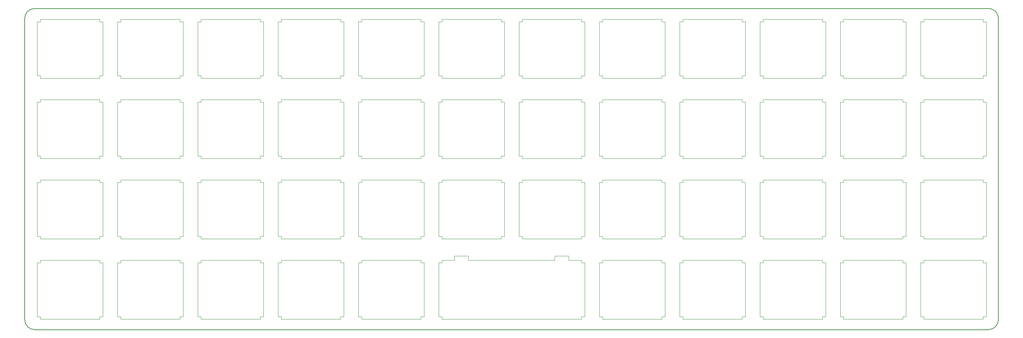
<source format=gm1>
G04 #@! TF.GenerationSoftware,KiCad,Pcbnew,(5.0.0)*
G04 #@! TF.CreationDate,2018-11-10T23:46:15-06:00*
G04 #@! TF.ProjectId,Contra,436F6E7472612E6B696361645F706362,rev?*
G04 #@! TF.SameCoordinates,Original*
G04 #@! TF.FileFunction,Profile,NP*
%FSLAX46Y46*%
G04 Gerber Fmt 4.6, Leading zero omitted, Abs format (unit mm)*
G04 Created by KiCad (PCBNEW (5.0.0)) date 11/10/18 23:46:15*
%MOMM*%
%LPD*%
G01*
G04 APERTURE LIST*
%ADD10C,0.100000*%
%ADD11C,0.150000*%
G04 APERTURE END LIST*
D10*
X126365148Y-102279329D02*
X159415848Y-102279329D01*
X129339148Y-88279929D02*
X126365148Y-88279929D01*
X159415848Y-101679929D02*
X160213848Y-101679929D01*
X126365148Y-88279929D02*
X126365148Y-88879329D01*
X159415848Y-102279329D02*
X159415848Y-101679929D01*
X126365148Y-101679929D02*
X126365148Y-102279329D01*
X159415848Y-88879329D02*
X159415848Y-88279929D01*
X126365148Y-88879329D02*
X125564148Y-88879329D01*
X160213848Y-88879329D02*
X159415848Y-88879329D01*
X125564148Y-101679929D02*
X126365148Y-101679929D01*
X160213848Y-101679929D02*
X160213848Y-88879329D01*
X159415848Y-88279929D02*
X156439148Y-88279929D01*
X125564148Y-88879329D02*
X125564148Y-101679929D01*
X255471000Y-44520000D02*
X255471000Y-31719400D01*
X254670000Y-31120000D02*
X240671000Y-31120000D01*
X254670000Y-31719400D02*
X254670000Y-31120000D01*
X254670000Y-44520000D02*
X255471000Y-44520000D01*
X255471000Y-31719400D02*
X254670000Y-31719400D01*
X254670000Y-45119300D02*
X254670000Y-44520000D01*
X240671000Y-44520000D02*
X240671000Y-45119300D01*
X236421000Y-31719400D02*
X235620000Y-31719400D01*
X201771000Y-44520000D02*
X202571000Y-44520000D01*
X164471000Y-44520000D02*
X164471000Y-45119300D01*
X178470000Y-44520000D02*
X179271000Y-44520000D01*
X182721000Y-44520000D02*
X183521000Y-44520000D01*
X239871000Y-44520000D02*
X240671000Y-44520000D01*
X221621000Y-45119300D02*
X235620000Y-45119300D01*
X183521000Y-44520000D02*
X183521000Y-45119300D01*
X216570000Y-45119300D02*
X216570000Y-44520000D01*
X197520000Y-31120000D02*
X183521000Y-31120000D01*
X239871000Y-31719400D02*
X239871000Y-44520000D01*
X240671000Y-31719400D02*
X239871000Y-31719400D01*
X240671000Y-31120000D02*
X240671000Y-31719400D01*
X164471000Y-31719400D02*
X163671000Y-31719400D01*
X145419000Y-44520000D02*
X145419000Y-45119300D01*
X235620000Y-31120000D02*
X221621000Y-31120000D01*
X220821000Y-31719400D02*
X220821000Y-44520000D01*
X197520000Y-44520000D02*
X198321000Y-44520000D01*
X202571000Y-45119300D02*
X216570000Y-45119300D01*
X178470000Y-31719400D02*
X178470000Y-31120000D01*
X182721000Y-31719400D02*
X182721000Y-44520000D01*
X144620000Y-44520000D02*
X145419000Y-44520000D01*
X236421000Y-44520000D02*
X236421000Y-31719400D01*
X235620000Y-45119300D02*
X235620000Y-44520000D01*
X221621000Y-44520000D02*
X221621000Y-45119300D01*
X220821000Y-44520000D02*
X221621000Y-44520000D01*
X221621000Y-31719400D02*
X220821000Y-31719400D01*
X217371000Y-31719400D02*
X216570000Y-31719400D01*
X216570000Y-44520000D02*
X217371000Y-44520000D01*
X202571000Y-31120000D02*
X202571000Y-31719400D01*
X160221000Y-31719400D02*
X159420000Y-31719400D01*
X221621000Y-31120000D02*
X221621000Y-31719400D01*
X160221000Y-44520000D02*
X160221000Y-31719400D01*
X216570000Y-31719400D02*
X216570000Y-31120000D01*
X198321000Y-44520000D02*
X198321000Y-31719400D01*
X183521000Y-31120000D02*
X183521000Y-31719400D01*
X164471000Y-45119300D02*
X178470000Y-45119300D01*
X179271000Y-44520000D02*
X179271000Y-31719400D01*
X159420000Y-45119300D02*
X159420000Y-44520000D01*
X178470000Y-45119300D02*
X178470000Y-44520000D01*
X197520000Y-31719400D02*
X197520000Y-31120000D01*
X183521000Y-31719400D02*
X182721000Y-31719400D01*
X159420000Y-31719400D02*
X159420000Y-31120000D01*
X235620000Y-31719400D02*
X235620000Y-31120000D01*
X217371000Y-44520000D02*
X217371000Y-31719400D01*
X183521000Y-45119300D02*
X197520000Y-45119300D01*
X201771000Y-31719400D02*
X201771000Y-44520000D01*
X202571000Y-31719400D02*
X201771000Y-31719400D01*
X198321000Y-31719400D02*
X197520000Y-31719400D01*
X144620000Y-31719400D02*
X144620000Y-44520000D01*
X197520000Y-45119300D02*
X197520000Y-44520000D01*
X163671000Y-31719400D02*
X163671000Y-44520000D01*
X159420000Y-31120000D02*
X145419000Y-31120000D01*
X202571000Y-44520000D02*
X202571000Y-45119300D01*
X164471000Y-31120000D02*
X164471000Y-31719400D01*
X179271000Y-31719400D02*
X178470000Y-31719400D01*
X235620000Y-44520000D02*
X236421000Y-44520000D01*
X178470000Y-31120000D02*
X164471000Y-31120000D01*
X163671000Y-44520000D02*
X164471000Y-44520000D01*
X145419000Y-45119300D02*
X159420000Y-45119300D01*
X159420000Y-44520000D02*
X160221000Y-44520000D01*
X240671000Y-45119300D02*
X254670000Y-45119300D01*
X216570000Y-31120000D02*
X202571000Y-31120000D01*
X145419000Y-31120000D02*
X145419000Y-31719400D01*
X140370000Y-31120000D02*
X126369300Y-31120000D01*
X126369300Y-44520000D02*
X126369300Y-45119300D01*
X84020800Y-44520000D02*
X84020800Y-31719400D01*
X141169000Y-44520000D02*
X141169000Y-31719400D01*
X126369300Y-45119300D02*
X140370000Y-45119300D01*
X125571300Y-44520000D02*
X126369300Y-44520000D01*
X50170700Y-44520000D02*
X50170700Y-45119300D01*
X125571300Y-31719400D02*
X125571300Y-44520000D01*
X102270000Y-31719400D02*
X102270000Y-31120000D01*
X126369300Y-31120000D02*
X126369300Y-31719400D01*
X88270700Y-45119300D02*
X102270000Y-45119300D01*
X121320000Y-31120000D02*
X107320700Y-31120000D01*
X122119400Y-31719400D02*
X121320000Y-31719400D01*
X122119400Y-44520000D02*
X122119400Y-31719400D01*
X107320700Y-45119300D02*
X121320000Y-45119300D01*
X107320700Y-44520000D02*
X107320700Y-45119300D01*
X106521300Y-44520000D02*
X107320700Y-44520000D01*
X106521300Y-31719400D02*
X106521300Y-44520000D01*
X107320700Y-31719400D02*
X106521300Y-31719400D01*
X107320700Y-31120000D02*
X107320700Y-31719400D01*
X102270000Y-31120000D02*
X88270700Y-31120000D01*
X64170000Y-31719400D02*
X64170000Y-31120000D01*
X88270700Y-44520000D02*
X88270700Y-45119300D01*
X103070800Y-31719400D02*
X102270000Y-31719400D01*
X103070800Y-44520000D02*
X103070800Y-31719400D01*
X83220000Y-44520000D02*
X84020800Y-44520000D01*
X64970800Y-44520000D02*
X64970800Y-31719400D01*
X102270000Y-44520000D02*
X103070800Y-44520000D01*
X87471300Y-44520000D02*
X88270700Y-44520000D01*
X87471300Y-31719400D02*
X87471300Y-44520000D01*
X88270700Y-31719400D02*
X87471300Y-31719400D01*
X83220000Y-31719400D02*
X83220000Y-31120000D01*
X69220700Y-45119300D02*
X83220000Y-45119300D01*
X68421300Y-44520000D02*
X69220700Y-44520000D01*
X69220700Y-44520000D02*
X69220700Y-45119300D01*
X64170000Y-31120000D02*
X50170700Y-31120000D01*
X50170700Y-31120000D02*
X50170700Y-31719400D01*
X84020800Y-31719400D02*
X83220000Y-31719400D01*
X50170700Y-45119300D02*
X64170000Y-45119300D01*
X83220000Y-45119300D02*
X83220000Y-44520000D01*
X49371400Y-44520000D02*
X50170700Y-44520000D01*
X64170000Y-44520000D02*
X64970800Y-44520000D01*
X68421300Y-31719400D02*
X68421300Y-44520000D01*
X88270700Y-31120000D02*
X88270700Y-31719400D01*
X64970800Y-31719400D02*
X64170000Y-31719400D01*
X69220700Y-31719400D02*
X68421300Y-31719400D01*
X45120200Y-31120000D02*
X31120650Y-31120000D01*
X69220700Y-31120000D02*
X69220700Y-31719400D01*
X45120200Y-31719400D02*
X45120200Y-31120000D01*
X49371400Y-31719400D02*
X49371400Y-44520000D01*
X50170700Y-31719400D02*
X49371400Y-31719400D01*
X83220000Y-31120000D02*
X69220700Y-31120000D01*
X121320000Y-45119300D02*
X121320000Y-44520000D01*
X145419000Y-31719400D02*
X144620000Y-31719400D01*
X140370000Y-31719400D02*
X140370000Y-31120000D01*
X141169000Y-31719400D02*
X140370000Y-31719400D01*
X140370000Y-44520000D02*
X141169000Y-44520000D01*
X140370000Y-45119300D02*
X140370000Y-44520000D01*
X121320000Y-44520000D02*
X122119400Y-44520000D01*
X121320000Y-31719400D02*
X121320000Y-31120000D01*
X102270000Y-45119300D02*
X102270000Y-44520000D01*
X126369300Y-31719400D02*
X125571300Y-31719400D01*
X64170000Y-45119300D02*
X64170000Y-44520000D01*
X235620000Y-101669980D02*
X236421000Y-101669980D01*
X107320700Y-88269900D02*
X107320700Y-88869400D01*
X216570000Y-102269430D02*
X216570000Y-101669980D01*
X220821000Y-101669980D02*
X221621000Y-101669980D01*
X202571000Y-102269430D02*
X216570000Y-102269430D01*
X183521000Y-101669980D02*
X183521000Y-102269430D01*
X179271000Y-101669980D02*
X179271000Y-88869400D01*
X121320000Y-102269430D02*
X121320000Y-101669980D01*
X178470000Y-101669980D02*
X179271000Y-101669980D01*
X163671000Y-88869400D02*
X163671000Y-101669980D01*
X235620000Y-102269430D02*
X235620000Y-101669980D01*
X183521000Y-88269900D02*
X183521000Y-88869400D01*
X107320700Y-102269430D02*
X121320000Y-102269430D01*
X221621000Y-101669980D02*
X221621000Y-102269430D01*
X221621000Y-88869400D02*
X220821000Y-88869400D01*
X183521000Y-102269430D02*
X197520000Y-102269430D01*
X217371000Y-88869400D02*
X216570000Y-88869400D01*
X122119400Y-88869400D02*
X121320000Y-88869400D01*
X216570000Y-101669980D02*
X217371000Y-101669980D01*
X202571000Y-101669980D02*
X202571000Y-102269430D01*
X178470000Y-88269900D02*
X164471000Y-88269900D01*
X163671000Y-101669980D02*
X164471000Y-101669980D01*
X198321000Y-88869400D02*
X197520000Y-88869400D01*
X197520000Y-102269430D02*
X197520000Y-101669980D01*
X182721000Y-101669980D02*
X183521000Y-101669980D01*
X183521000Y-88869400D02*
X182721000Y-88869400D01*
X178470000Y-88869400D02*
X178470000Y-88269900D01*
X122119400Y-101669980D02*
X122119400Y-88869400D01*
X107320700Y-101669980D02*
X107320700Y-102269430D01*
X164471000Y-101669980D02*
X164471000Y-102269430D01*
X164471000Y-88869400D02*
X163671000Y-88869400D01*
X164471000Y-88269900D02*
X164471000Y-88869400D01*
X107320700Y-88869400D02*
X106521300Y-88869400D01*
X201771000Y-88869400D02*
X201771000Y-101669980D01*
X202571000Y-88269900D02*
X202571000Y-88869400D01*
X198321000Y-101669980D02*
X198321000Y-88869400D01*
X178470000Y-102269430D02*
X178470000Y-101669980D01*
X197520000Y-101669980D02*
X198321000Y-101669980D01*
X182721000Y-88869400D02*
X182721000Y-101669980D01*
X179271000Y-88869400D02*
X178470000Y-88869400D01*
X106521300Y-101669980D02*
X107320700Y-101669980D01*
X164471000Y-102269430D02*
X178470000Y-102269430D01*
X121320000Y-88269900D02*
X107320700Y-88269900D01*
X121320000Y-88869400D02*
X121320000Y-88269900D01*
X106521300Y-88869400D02*
X106521300Y-101669980D01*
X121320000Y-101669980D02*
X122119400Y-101669980D01*
X201771000Y-101669980D02*
X202571000Y-101669980D01*
X216570000Y-88269900D02*
X202571000Y-88269900D01*
X217371000Y-101669980D02*
X217371000Y-88869400D01*
X197520000Y-88869400D02*
X197520000Y-88269900D01*
X221621000Y-102269430D02*
X235620000Y-102269430D01*
X236421000Y-101669980D02*
X236421000Y-88869400D01*
X221621000Y-88269900D02*
X221621000Y-88869400D01*
X216570000Y-88869400D02*
X216570000Y-88269900D01*
X197520000Y-88269900D02*
X183521000Y-88269900D01*
X220821000Y-88869400D02*
X220821000Y-101669980D01*
X202571000Y-88869400D02*
X201771000Y-88869400D01*
X140370000Y-69819400D02*
X140370000Y-69220000D01*
X144620000Y-82620000D02*
X145419000Y-82620000D01*
X164471000Y-69220000D02*
X164471000Y-69819400D01*
X106521300Y-82620000D02*
X107320700Y-82620000D01*
X159420000Y-69220000D02*
X145419000Y-69220000D01*
X145419000Y-82620000D02*
X145419000Y-83219400D01*
X145419000Y-83219400D02*
X159420000Y-83219400D01*
X144620000Y-69819400D02*
X144620000Y-82620000D01*
X141169000Y-69819400D02*
X140370000Y-69819400D01*
X121320000Y-82620000D02*
X122119400Y-82620000D01*
X126369300Y-69819400D02*
X125571300Y-69819400D01*
X183521000Y-69819400D02*
X182721000Y-69819400D01*
X202571000Y-82620000D02*
X202571000Y-83219400D01*
X201771000Y-82620000D02*
X202571000Y-82620000D01*
X201771000Y-69819400D02*
X201771000Y-82620000D01*
X145419000Y-69819400D02*
X144620000Y-69819400D01*
X202571000Y-69819400D02*
X201771000Y-69819400D01*
X202571000Y-69220000D02*
X202571000Y-69819400D01*
X197520000Y-69220000D02*
X183521000Y-69220000D01*
X179271000Y-69819400D02*
X178470000Y-69819400D01*
X159420000Y-83219400D02*
X159420000Y-82620000D01*
X126369300Y-69220000D02*
X126369300Y-69819400D01*
X145419000Y-69220000D02*
X145419000Y-69819400D01*
X183521000Y-69220000D02*
X183521000Y-69819400D01*
X198321000Y-69819400D02*
X197520000Y-69819400D01*
X197520000Y-83219400D02*
X197520000Y-82620000D01*
X178470000Y-69220000D02*
X164471000Y-69220000D01*
X164471000Y-83219400D02*
X178470000Y-83219400D01*
X164471000Y-82620000D02*
X164471000Y-83219400D01*
X140370000Y-83219400D02*
X140370000Y-82620000D01*
X163671000Y-82620000D02*
X164471000Y-82620000D01*
X163671000Y-69819400D02*
X163671000Y-82620000D01*
X159420000Y-69819400D02*
X159420000Y-69220000D01*
X141169000Y-82620000D02*
X141169000Y-69819400D01*
X121320000Y-83219400D02*
X121320000Y-82620000D01*
X107320700Y-69819400D02*
X106521300Y-69819400D01*
X121320000Y-69819400D02*
X121320000Y-69220000D01*
X126369300Y-82620000D02*
X126369300Y-83219400D01*
X159420000Y-82620000D02*
X160221000Y-82620000D01*
X107320700Y-82620000D02*
X107320700Y-83219400D01*
X122119400Y-69819400D02*
X121320000Y-69819400D01*
X125571300Y-82620000D02*
X126369300Y-82620000D01*
X140370000Y-82620000D02*
X141169000Y-82620000D01*
X107320700Y-83219400D02*
X121320000Y-83219400D01*
X178470000Y-69819400D02*
X178470000Y-69220000D01*
X164471000Y-69819400D02*
X163671000Y-69819400D01*
X122119400Y-82620000D02*
X122119400Y-69819400D01*
X197520000Y-69819400D02*
X197520000Y-69220000D01*
X198321000Y-82620000D02*
X198321000Y-69819400D01*
X160221000Y-69819400D02*
X159420000Y-69819400D01*
X178470000Y-83219400D02*
X178470000Y-82620000D01*
X179271000Y-82620000D02*
X179271000Y-69819400D01*
X140370000Y-69220000D02*
X126369300Y-69220000D01*
X197520000Y-82620000D02*
X198321000Y-82620000D01*
X183521000Y-83219400D02*
X197520000Y-83219400D01*
X183521000Y-82620000D02*
X183521000Y-83219400D01*
X182721000Y-82620000D02*
X183521000Y-82620000D01*
X125571300Y-69819400D02*
X125571300Y-82620000D01*
X126369300Y-83219400D02*
X140370000Y-83219400D01*
X106521300Y-69819400D02*
X106521300Y-82620000D01*
X182721000Y-69819400D02*
X182721000Y-82620000D01*
X160221000Y-82620000D02*
X160221000Y-69819400D01*
X121320000Y-69220000D02*
X107320700Y-69220000D01*
X178470000Y-82620000D02*
X179271000Y-82620000D01*
X31120650Y-83219400D02*
X45120200Y-83219400D01*
X30321390Y-82620000D02*
X31120650Y-82620000D01*
X240671000Y-102269430D02*
X254670000Y-102269430D01*
X84020800Y-69819400D02*
X83220000Y-69819400D01*
X88270700Y-83219400D02*
X102270000Y-83219400D01*
X84020800Y-82620000D02*
X84020800Y-69819400D01*
X30321390Y-69819400D02*
X30321390Y-82620000D01*
X235620000Y-88869400D02*
X235620000Y-88269900D01*
X107320700Y-69220000D02*
X107320700Y-69819400D01*
X254670000Y-101669980D02*
X255471000Y-101669980D01*
X102270000Y-69220000D02*
X88270700Y-69220000D01*
X102270000Y-69819400D02*
X102270000Y-69220000D01*
X45120200Y-69220000D02*
X31120650Y-69220000D01*
X235620000Y-88269900D02*
X221621000Y-88269900D01*
X103070800Y-69819400D02*
X102270000Y-69819400D01*
X103070800Y-82620000D02*
X103070800Y-69819400D01*
X102270000Y-82620000D02*
X103070800Y-82620000D01*
X102270000Y-83219400D02*
X102270000Y-82620000D01*
X88270700Y-82620000D02*
X88270700Y-83219400D01*
X255471000Y-88869400D02*
X254670000Y-88869400D01*
X83220000Y-82620000D02*
X84020800Y-82620000D01*
X69220700Y-83219400D02*
X83220000Y-83219400D01*
X64170000Y-69220000D02*
X50170700Y-69220000D01*
X68421300Y-82620000D02*
X69220700Y-82620000D01*
X64170000Y-69819400D02*
X64170000Y-69220000D01*
X31120650Y-82620000D02*
X31120650Y-83219400D01*
X49371400Y-69819400D02*
X49371400Y-82620000D01*
X45920800Y-69819400D02*
X45120200Y-69819400D01*
X83220000Y-83219400D02*
X83220000Y-82620000D01*
X64170000Y-83219400D02*
X64170000Y-82620000D01*
X254670000Y-88869400D02*
X254670000Y-88269900D01*
X68421300Y-69819400D02*
X68421300Y-82620000D01*
X69220700Y-69819400D02*
X68421300Y-69819400D01*
X64170000Y-82620000D02*
X64970800Y-82620000D01*
X50170700Y-69819400D02*
X49371400Y-69819400D01*
X50170700Y-69220000D02*
X50170700Y-69819400D01*
X45920800Y-82620000D02*
X45920800Y-69819400D01*
X240671000Y-88869400D02*
X239871000Y-88869400D01*
X87471300Y-82620000D02*
X88270700Y-82620000D01*
X69220700Y-82620000D02*
X69220700Y-83219400D01*
X254670000Y-102269430D02*
X254670000Y-101669980D01*
X45120200Y-82620000D02*
X45920800Y-82620000D01*
X87471300Y-69819400D02*
X87471300Y-82620000D01*
X88270700Y-69819400D02*
X87471300Y-69819400D01*
X88270700Y-69220000D02*
X88270700Y-69819400D01*
X83220000Y-69220000D02*
X69220700Y-69220000D01*
X255471000Y-101669980D02*
X255471000Y-88869400D01*
X240671000Y-88269900D02*
X240671000Y-88869400D01*
X64970800Y-82620000D02*
X64970800Y-69819400D01*
X50170700Y-83219400D02*
X64170000Y-83219400D01*
X45120200Y-83219400D02*
X45120200Y-82620000D01*
X239871000Y-88869400D02*
X239871000Y-101669980D01*
X83220000Y-69819400D02*
X83220000Y-69220000D01*
X69220700Y-69220000D02*
X69220700Y-69819400D01*
X64970800Y-69819400D02*
X64170000Y-69819400D01*
X240671000Y-101669980D02*
X240671000Y-102269430D01*
X239871000Y-101669980D02*
X240671000Y-101669980D01*
X50170700Y-82620000D02*
X50170700Y-83219400D01*
X31120650Y-69819400D02*
X30321390Y-69819400D01*
X254670000Y-88269900D02*
X240671000Y-88269900D01*
X31120650Y-69220000D02*
X31120650Y-69819400D01*
X236421000Y-88869400D02*
X235620000Y-88869400D01*
X49371400Y-82620000D02*
X50170700Y-82620000D01*
X45120200Y-69819400D02*
X45120200Y-69220000D01*
X103070800Y-101669980D02*
X103070800Y-88869400D01*
X102270000Y-102269430D02*
X102270000Y-101669980D01*
X88270700Y-102269430D02*
X102270000Y-102269430D01*
X64970800Y-88869400D02*
X64170000Y-88869400D01*
X84020800Y-101669980D02*
X84020800Y-88869400D01*
X87471300Y-101669980D02*
X88270700Y-101669980D01*
X64970800Y-101669980D02*
X64970800Y-88869400D01*
X83220000Y-88269900D02*
X69220700Y-88269900D01*
X102270000Y-88269900D02*
X88270700Y-88269900D01*
X69220700Y-101669980D02*
X69220700Y-102269430D01*
X68421300Y-88869400D02*
X68421300Y-101669980D01*
X102270000Y-88869400D02*
X102270000Y-88269900D01*
X88270700Y-101669980D02*
X88270700Y-102269430D01*
X68421300Y-101669980D02*
X69220700Y-101669980D01*
X103070800Y-88869400D02*
X102270000Y-88869400D01*
X83220000Y-88869400D02*
X83220000Y-88269900D01*
X69220700Y-88869400D02*
X68421300Y-88869400D01*
X64170000Y-88269900D02*
X50170700Y-88269900D01*
X102270000Y-101669980D02*
X103070800Y-101669980D01*
X88270700Y-88269900D02*
X88270700Y-88869400D01*
X88270700Y-88869400D02*
X87471300Y-88869400D01*
X87471300Y-88869400D02*
X87471300Y-101669980D01*
X84020800Y-88869400D02*
X83220000Y-88869400D01*
X83220000Y-102269430D02*
X83220000Y-101669980D01*
X69220700Y-102269430D02*
X83220000Y-102269430D01*
X83220000Y-101669980D02*
X84020800Y-101669980D01*
X64170000Y-88869400D02*
X64170000Y-88269900D01*
X69220700Y-88269900D02*
X69220700Y-88869400D01*
X45120200Y-88869400D02*
X45120200Y-88269900D01*
X31120650Y-88269900D02*
X31120650Y-88869400D01*
X45120200Y-101669980D02*
X45920800Y-101669980D01*
X45120200Y-102269430D02*
X45120200Y-101669980D01*
X153139148Y-87309759D02*
X153139148Y-88279929D01*
X156439148Y-87309759D02*
X153139148Y-87309759D01*
X50170700Y-88869400D02*
X49371400Y-88869400D01*
X50170700Y-88269900D02*
X50170700Y-88869400D01*
X45120200Y-88269900D02*
X31120650Y-88269900D01*
X31120650Y-102269430D02*
X45120200Y-102269430D01*
X156439148Y-88279929D02*
X156439148Y-87309759D01*
X30321390Y-101669980D02*
X31120650Y-101669980D01*
X31120650Y-88869400D02*
X30321390Y-88869400D01*
X132639148Y-87309759D02*
X129339148Y-87309759D01*
X45920800Y-88869400D02*
X45120200Y-88869400D01*
X31120650Y-101669980D02*
X31120650Y-102269430D01*
X153139148Y-88279929D02*
X132639148Y-88279929D01*
X64170000Y-101669980D02*
X64970800Y-101669980D01*
X30321390Y-88869400D02*
X30321390Y-101669980D01*
X132639148Y-88279929D02*
X132639148Y-87309759D01*
X129339148Y-87309759D02*
X129339148Y-88279929D01*
X64170000Y-102269430D02*
X64170000Y-101669980D01*
X50170700Y-102269430D02*
X64170000Y-102269430D01*
X45920800Y-101669980D02*
X45920800Y-88869400D01*
X50170700Y-101669980D02*
X50170700Y-102269430D01*
X49371400Y-101669980D02*
X50170700Y-101669980D01*
X49371400Y-88869400D02*
X49371400Y-101669980D01*
X240671000Y-82620000D02*
X240671000Y-83219400D01*
X217371000Y-82620000D02*
X217371000Y-69819400D01*
X221621000Y-69220000D02*
X221621000Y-69819400D01*
X216570000Y-69819400D02*
X216570000Y-69220000D01*
X221621000Y-82620000D02*
X221621000Y-83219400D01*
X216570000Y-83219400D02*
X216570000Y-82620000D01*
X216570000Y-82620000D02*
X217371000Y-82620000D01*
X255471000Y-82620000D02*
X255471000Y-69819400D01*
X64170000Y-50769400D02*
X64170000Y-50170000D01*
X50170700Y-50769400D02*
X49371400Y-50769400D01*
X31120650Y-50170000D02*
X31120650Y-50769400D01*
X240671000Y-83219400D02*
X254670000Y-83219400D01*
X254670000Y-82620000D02*
X255471000Y-82620000D01*
X64970800Y-50769400D02*
X64170000Y-50769400D01*
X50170700Y-63570000D02*
X50170700Y-64169300D01*
X236421000Y-82620000D02*
X236421000Y-69819400D01*
X240671000Y-69220000D02*
X240671000Y-69819400D01*
X45920800Y-50769400D02*
X45120200Y-50769400D01*
X45120200Y-63570000D02*
X45920800Y-63570000D01*
X254670000Y-69220000D02*
X240671000Y-69220000D01*
X254670000Y-83219400D02*
X254670000Y-82620000D01*
X45120200Y-50769400D02*
X45120200Y-50170000D01*
X69220700Y-50769400D02*
X68421300Y-50769400D01*
X69220700Y-50170000D02*
X69220700Y-50769400D01*
X239871000Y-82620000D02*
X240671000Y-82620000D01*
X64170000Y-50170000D02*
X50170700Y-50170000D01*
X30321390Y-50769400D02*
X30321390Y-63570000D01*
X45120200Y-50170000D02*
X31120650Y-50170000D01*
X64970800Y-63570000D02*
X64970800Y-50769400D01*
X64170000Y-63570000D02*
X64970800Y-63570000D01*
X50170700Y-64169300D02*
X64170000Y-64169300D01*
X49371400Y-50769400D02*
X49371400Y-63570000D01*
X239871000Y-69819400D02*
X239871000Y-82620000D01*
X240671000Y-69819400D02*
X239871000Y-69819400D01*
X64170000Y-64169300D02*
X64170000Y-63570000D01*
X49371400Y-63570000D02*
X50170700Y-63570000D01*
X50170700Y-50170000D02*
X50170700Y-50769400D01*
X31120650Y-64169300D02*
X45120200Y-64169300D01*
X254670000Y-69819400D02*
X254670000Y-69220000D01*
X45920800Y-63570000D02*
X45920800Y-50769400D01*
X235620000Y-69819400D02*
X235620000Y-69220000D01*
X221621000Y-83219400D02*
X235620000Y-83219400D01*
X45120200Y-64169300D02*
X45120200Y-63570000D01*
X31120650Y-63570000D02*
X31120650Y-64169300D01*
X30321390Y-63570000D02*
X31120650Y-63570000D01*
X255471000Y-69819400D02*
X254670000Y-69819400D01*
X235620000Y-69220000D02*
X221621000Y-69220000D01*
X236421000Y-69819400D02*
X235620000Y-69819400D01*
X216570000Y-69220000D02*
X202571000Y-69220000D01*
X235620000Y-82620000D02*
X236421000Y-82620000D01*
X235620000Y-83219400D02*
X235620000Y-82620000D01*
X221621000Y-69819400D02*
X220821000Y-69819400D01*
X202571000Y-83219400D02*
X216570000Y-83219400D01*
X217371000Y-69819400D02*
X216570000Y-69819400D01*
X220821000Y-69819400D02*
X220821000Y-82620000D01*
X220821000Y-82620000D02*
X221621000Y-82620000D01*
X31120650Y-50769400D02*
X30321390Y-50769400D01*
X235620000Y-63570000D02*
X236421000Y-63570000D01*
X254670000Y-64169300D02*
X254670000Y-63570000D01*
X197520000Y-50170000D02*
X183521000Y-50170000D01*
X197520000Y-63570000D02*
X198321000Y-63570000D01*
X182721000Y-63570000D02*
X183521000Y-63570000D01*
X240671000Y-63570000D02*
X240671000Y-64169300D01*
X220821000Y-50769400D02*
X220821000Y-63570000D01*
X217371000Y-50769400D02*
X216570000Y-50769400D01*
X202571000Y-64169300D02*
X216570000Y-64169300D01*
X221621000Y-63570000D02*
X221621000Y-64169300D01*
X217371000Y-63570000D02*
X217371000Y-50769400D01*
X178470000Y-50170000D02*
X164471000Y-50170000D01*
X198321000Y-50769400D02*
X197520000Y-50769400D01*
X183521000Y-50769400D02*
X182721000Y-50769400D01*
X202571000Y-63570000D02*
X202571000Y-64169300D01*
X178470000Y-64169300D02*
X178470000Y-63570000D01*
X45920800Y-31719400D02*
X45120200Y-31719400D01*
X30321390Y-31719400D02*
X30321390Y-44520000D01*
X45920800Y-44520000D02*
X45920800Y-31719400D01*
X45120200Y-44520000D02*
X45920800Y-44520000D01*
X45120200Y-45119300D02*
X45120200Y-44520000D01*
X31120650Y-31120000D02*
X31120650Y-31719400D01*
X236421000Y-50769400D02*
X235620000Y-50769400D01*
X178470000Y-50769400D02*
X178470000Y-50170000D01*
X31120650Y-45119300D02*
X45120200Y-45119300D01*
X254670000Y-50170000D02*
X240671000Y-50170000D01*
X31120650Y-44520000D02*
X31120650Y-45119300D01*
X30321390Y-44520000D02*
X31120650Y-44520000D01*
X235620000Y-50170000D02*
X221621000Y-50170000D01*
X31120650Y-31719400D02*
X30321390Y-31719400D01*
X254670000Y-50769400D02*
X254670000Y-50170000D01*
X255471000Y-50769400D02*
X254670000Y-50769400D01*
X179271000Y-50769400D02*
X178470000Y-50769400D01*
X240671000Y-64169300D02*
X254670000Y-64169300D01*
X239871000Y-63570000D02*
X240671000Y-63570000D01*
X197520000Y-50769400D02*
X197520000Y-50170000D01*
X239871000Y-50769400D02*
X239871000Y-63570000D01*
X216570000Y-50170000D02*
X202571000Y-50170000D01*
X197520000Y-64169300D02*
X197520000Y-63570000D01*
X216570000Y-50769400D02*
X216570000Y-50170000D01*
X202571000Y-50769400D02*
X201771000Y-50769400D01*
X183521000Y-63570000D02*
X183521000Y-64169300D01*
X178470000Y-63570000D02*
X179271000Y-63570000D01*
X202571000Y-50170000D02*
X202571000Y-50769400D01*
X221621000Y-64169300D02*
X235620000Y-64169300D01*
X183521000Y-64169300D02*
X197520000Y-64169300D01*
X182721000Y-50769400D02*
X182721000Y-63570000D01*
X255471000Y-63570000D02*
X255471000Y-50769400D01*
X240671000Y-50170000D02*
X240671000Y-50769400D01*
X236421000Y-63570000D02*
X236421000Y-50769400D01*
X235620000Y-64169300D02*
X235620000Y-63570000D01*
X221621000Y-50170000D02*
X221621000Y-50769400D01*
X198321000Y-63570000D02*
X198321000Y-50769400D01*
X216570000Y-63570000D02*
X217371000Y-63570000D01*
X201771000Y-63570000D02*
X202571000Y-63570000D01*
X240671000Y-50769400D02*
X239871000Y-50769400D01*
X220821000Y-63570000D02*
X221621000Y-63570000D01*
X235620000Y-50769400D02*
X235620000Y-50170000D01*
X221621000Y-50769400D02*
X220821000Y-50769400D01*
X216570000Y-64169300D02*
X216570000Y-63570000D01*
X201771000Y-50769400D02*
X201771000Y-63570000D01*
X183521000Y-50170000D02*
X183521000Y-50769400D01*
X179271000Y-63570000D02*
X179271000Y-50769400D01*
X254670000Y-63570000D02*
X255471000Y-63570000D01*
X103070800Y-63570000D02*
X103070800Y-50769400D01*
X83220000Y-63570000D02*
X84020800Y-63570000D01*
X87471300Y-63570000D02*
X88270700Y-63570000D01*
X87471300Y-50769400D02*
X87471300Y-63570000D01*
X84020800Y-63570000D02*
X84020800Y-50769400D01*
X159420000Y-50769400D02*
X159420000Y-50170000D01*
X141169000Y-63570000D02*
X141169000Y-50769400D01*
X106521300Y-63570000D02*
X107320700Y-63570000D01*
X121320000Y-64169300D02*
X121320000Y-63570000D01*
X68421300Y-50769400D02*
X68421300Y-63570000D01*
X163671000Y-63570000D02*
X164471000Y-63570000D01*
X164471000Y-64169300D02*
X178470000Y-64169300D01*
X163671000Y-50769400D02*
X163671000Y-63570000D01*
X107320700Y-64169300D02*
X121320000Y-64169300D01*
X159420000Y-63570000D02*
X160221000Y-63570000D01*
X140370000Y-50769400D02*
X140370000Y-50170000D01*
X140370000Y-63570000D02*
X141169000Y-63570000D01*
X126369300Y-63570000D02*
X126369300Y-64169300D01*
X125571300Y-63570000D02*
X126369300Y-63570000D01*
X107320700Y-50170000D02*
X107320700Y-50769400D01*
X107320700Y-63570000D02*
X107320700Y-64169300D01*
X88270700Y-50769400D02*
X87471300Y-50769400D01*
X83220000Y-64169300D02*
X83220000Y-63570000D01*
X125571300Y-50769400D02*
X125571300Y-63570000D01*
X88270700Y-50170000D02*
X88270700Y-50769400D01*
X69220700Y-64169300D02*
X83220000Y-64169300D01*
X164471000Y-63570000D02*
X164471000Y-64169300D01*
X164471000Y-50769400D02*
X163671000Y-50769400D01*
X160221000Y-50769400D02*
X159420000Y-50769400D01*
X159420000Y-64169300D02*
X159420000Y-63570000D01*
X107320700Y-50769400D02*
X106521300Y-50769400D01*
X145419000Y-64169300D02*
X159420000Y-64169300D01*
X145419000Y-63570000D02*
X145419000Y-64169300D01*
X145419000Y-50170000D02*
X145419000Y-50769400D01*
X121320000Y-50170000D02*
X107320700Y-50170000D01*
X122119400Y-50769400D02*
X121320000Y-50769400D01*
X106521300Y-50769400D02*
X106521300Y-63570000D01*
X102270000Y-50170000D02*
X88270700Y-50170000D01*
X103070800Y-50769400D02*
X102270000Y-50769400D01*
X102270000Y-64169300D02*
X102270000Y-63570000D01*
X83220000Y-50769400D02*
X83220000Y-50170000D01*
X84020800Y-50769400D02*
X83220000Y-50769400D01*
X140370000Y-50170000D02*
X126369300Y-50170000D01*
X88270700Y-63570000D02*
X88270700Y-64169300D01*
X140370000Y-64169300D02*
X140370000Y-63570000D01*
X164471000Y-50170000D02*
X164471000Y-50769400D01*
X102270000Y-63570000D02*
X103070800Y-63570000D01*
X144620000Y-50769400D02*
X144620000Y-63570000D01*
X145419000Y-50769400D02*
X144620000Y-50769400D01*
X126369300Y-50170000D02*
X126369300Y-50769400D01*
X121320000Y-63570000D02*
X122119400Y-63570000D01*
X68421300Y-63570000D02*
X69220700Y-63570000D01*
X102270000Y-50769400D02*
X102270000Y-50170000D01*
X141169000Y-50769400D02*
X140370000Y-50769400D01*
X122119400Y-63570000D02*
X122119400Y-50769400D01*
X88270700Y-64169300D02*
X102270000Y-64169300D01*
X126369300Y-64169300D02*
X140370000Y-64169300D01*
X160221000Y-63570000D02*
X160221000Y-50769400D01*
X144620000Y-63570000D02*
X145419000Y-63570000D01*
X126369300Y-50769400D02*
X125571300Y-50769400D01*
X121320000Y-50769400D02*
X121320000Y-50170000D01*
X83220000Y-50170000D02*
X69220700Y-50170000D01*
X69220700Y-63570000D02*
X69220700Y-64169300D01*
X159420000Y-50170000D02*
X145419000Y-50170000D01*
D11*
X27384375Y-102393750D02*
X27384375Y-30956250D01*
X258365625Y-30956250D02*
X258365625Y-102393750D01*
X258365625Y-30956250D02*
G75*
G03X255984375Y-28575000I-2381250J0D01*
G01*
X255984375Y-104775000D02*
G75*
G03X258365625Y-102393750I0J2381250D01*
G01*
X27384375Y-102393750D02*
G75*
G03X29765625Y-104775000I2381250J0D01*
G01*
X29765625Y-28575000D02*
G75*
G03X27384375Y-30956250I0J-2381250D01*
G01*
X255984375Y-104775000D02*
X29765625Y-104775000D01*
X29765625Y-28575000D02*
X255984375Y-28575000D01*
M02*

</source>
